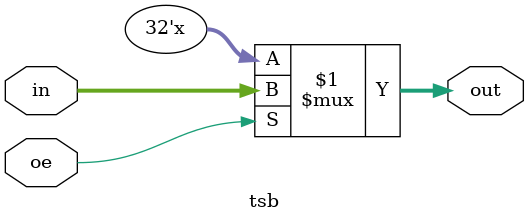
<source format=v>

module tsb(out, in, oe);
    input [31:0] in;
    input oe;
    output [31:0] out;

    assign out = oe? in:32'bz;

endmodule

</source>
